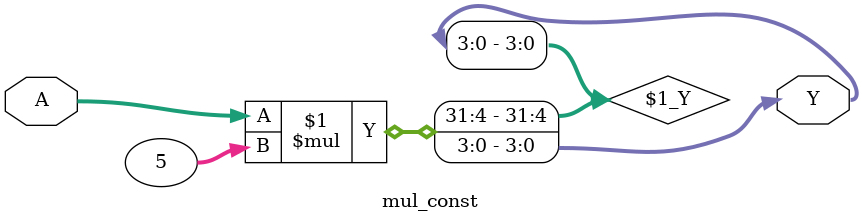
<source format=v>
module mul_const (A, Y);
    
    parameter A_SIGNED = 0;
    parameter A_WIDTH = 4;
    parameter Y_WIDTH = 4;
    
    input [A_WIDTH-1:0] A;
    output wire [Y_WIDTH-1:0] Y;
    
            assign Y = A * 5;
    
endmodule


</source>
